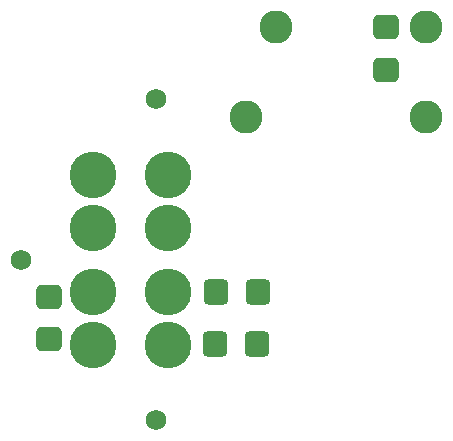
<source format=gbs>
G04*
G04 #@! TF.GenerationSoftware,Altium Limited,Altium Designer,20.2.5 (213)*
G04*
G04 Layer_Color=16711935*
%FSLAX25Y25*%
%MOIN*%
G70*
G04*
G04 #@! TF.SameCoordinates,E7457EF0-435F-4A9A-9950-3147239DC6E2*
G04*
G04*
G04 #@! TF.FilePolarity,Negative*
G04*
G01*
G75*
%ADD37C,0.11036*%
%ADD38C,0.15603*%
%ADD39C,0.06800*%
G04:AMPARAMS|DCode=68|XSize=80.05mil|YSize=83.59mil|CornerRadius=13.73mil|HoleSize=0mil|Usage=FLASHONLY|Rotation=0.000|XOffset=0mil|YOffset=0mil|HoleType=Round|Shape=RoundedRectangle|*
%AMROUNDEDRECTD68*
21,1,0.08005,0.05614,0,0,0.0*
21,1,0.05259,0.08359,0,0,0.0*
1,1,0.02745,0.02630,-0.02807*
1,1,0.02745,-0.02630,-0.02807*
1,1,0.02745,-0.02630,0.02807*
1,1,0.02745,0.02630,0.02807*
%
%ADD68ROUNDEDRECTD68*%
G04:AMPARAMS|DCode=69|XSize=80.05mil|YSize=83.59mil|CornerRadius=13.73mil|HoleSize=0mil|Usage=FLASHONLY|Rotation=270.000|XOffset=0mil|YOffset=0mil|HoleType=Round|Shape=RoundedRectangle|*
%AMROUNDEDRECTD69*
21,1,0.08005,0.05614,0,0,270.0*
21,1,0.05259,0.08359,0,0,270.0*
1,1,0.02745,-0.02807,-0.02630*
1,1,0.02745,-0.02807,0.02630*
1,1,0.02745,0.02807,0.02630*
1,1,0.02745,0.02807,-0.02630*
%
%ADD69ROUNDEDRECTD69*%
D37*
X134252Y140551D02*
D03*
Y110630D02*
D03*
X74252D02*
D03*
X84252Y140551D02*
D03*
D38*
X48228Y34744D02*
D03*
Y52244D02*
D03*
Y73740D02*
D03*
Y91240D02*
D03*
X23228D02*
D03*
Y73740D02*
D03*
Y52244D02*
D03*
Y34744D02*
D03*
D39*
X-787Y62992D02*
D03*
X44213Y116496D02*
D03*
Y9488D02*
D03*
D68*
X77953Y35039D02*
D03*
X63858D02*
D03*
X78307Y52244D02*
D03*
X64213D02*
D03*
D69*
X8661Y36654D02*
D03*
Y50748D02*
D03*
X120866Y126417D02*
D03*
Y140512D02*
D03*
M02*

</source>
